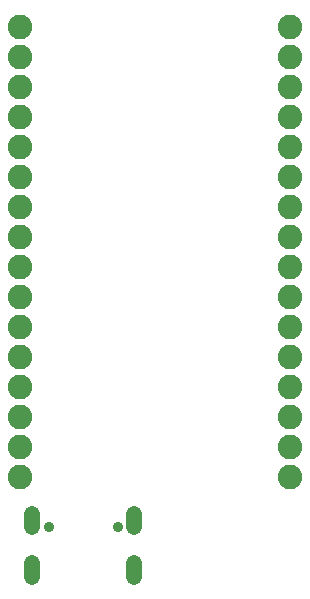
<source format=gbr>
G04 EAGLE Gerber RS-274X export*
G75*
%MOMM*%
%FSLAX34Y34*%
%LPD*%
%INSoldermask Bottom*%
%IPPOS*%
%AMOC8*
5,1,8,0,0,1.08239X$1,22.5*%
G01*
%ADD10C,1.361200*%
%ADD11C,0.903200*%
%ADD12C,2.082800*%


D10*
X20800Y63010D02*
X20800Y74590D01*
X107200Y74590D02*
X107200Y63010D01*
X20800Y32790D02*
X20800Y21210D01*
X107200Y21210D02*
X107200Y32790D01*
D11*
X35100Y63500D03*
X92900Y63500D03*
D12*
X10000Y106000D03*
X10000Y131400D03*
X10000Y156800D03*
X10000Y182200D03*
X10000Y207600D03*
X10000Y233000D03*
X10000Y258400D03*
X10000Y283800D03*
X10000Y309200D03*
X10000Y334600D03*
X10000Y360000D03*
X10000Y385400D03*
X10000Y410800D03*
X10000Y436200D03*
X10000Y461600D03*
X10000Y487000D03*
X239000Y106000D03*
X239000Y131400D03*
X239000Y156800D03*
X239000Y182200D03*
X239000Y207600D03*
X239000Y233000D03*
X239000Y258400D03*
X239000Y283800D03*
X239000Y309200D03*
X239000Y334600D03*
X239000Y360000D03*
X239000Y385400D03*
X239000Y410800D03*
X239000Y436200D03*
X239000Y461600D03*
X239000Y487000D03*
M02*

</source>
